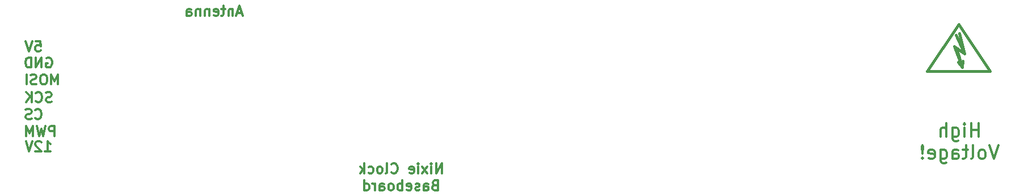
<source format=gbo>
G04 #@! TF.FileFunction,Legend,Bot*
%FSLAX46Y46*%
G04 Gerber Fmt 4.6, Leading zero omitted, Abs format (unit mm)*
G04 Created by KiCad (PCBNEW 4.0.7) date 06/23/18 17:50:09*
%MOMM*%
%LPD*%
G01*
G04 APERTURE LIST*
%ADD10C,0.100000*%
%ADD11C,0.300000*%
%ADD12C,0.381000*%
%ADD13C,2.000000*%
%ADD14O,2.000000X2.000000*%
%ADD15C,1.924000*%
%ADD16C,3.900120*%
%ADD17R,2.000000X2.000000*%
%ADD18O,3.900000X3.900000*%
%ADD19R,2.200000X2.200000*%
%ADD20O,2.200000X2.200000*%
%ADD21R,2.900000X1.500000*%
%ADD22O,2.900000X1.500000*%
%ADD23C,2.500000*%
%ADD24C,2.150000*%
%ADD25C,5.200000*%
%ADD26R,5.200000X5.200000*%
%ADD27R,2.100000X2.100000*%
%ADD28O,2.100000X2.100000*%
%ADD29C,1.920000*%
%ADD30R,1.920000X1.920000*%
%ADD31C,1.400000*%
%ADD32R,1.400000X1.400000*%
%ADD33C,2.200000*%
%ADD34R,1.900000X1.900000*%
%ADD35R,3.200000X3.200000*%
%ADD36O,3.200000X3.200000*%
%ADD37R,2.600000X2.600000*%
%ADD38O,2.600000X2.600000*%
%ADD39C,2.800000*%
%ADD40R,2.800000X2.800000*%
%ADD41O,2.800000X2.800000*%
%ADD42C,1.840000*%
G04 APERTURE END LIST*
D10*
D11*
X151831714Y-97447571D02*
X151831714Y-95947571D01*
X150974571Y-97447571D01*
X150974571Y-95947571D01*
X150260285Y-97447571D02*
X150260285Y-96447571D01*
X150260285Y-95947571D02*
X150331714Y-96019000D01*
X150260285Y-96090429D01*
X150188857Y-96019000D01*
X150260285Y-95947571D01*
X150260285Y-96090429D01*
X149688856Y-97447571D02*
X148903142Y-96447571D01*
X149688856Y-96447571D02*
X148903142Y-97447571D01*
X148331713Y-97447571D02*
X148331713Y-96447571D01*
X148331713Y-95947571D02*
X148403142Y-96019000D01*
X148331713Y-96090429D01*
X148260285Y-96019000D01*
X148331713Y-95947571D01*
X148331713Y-96090429D01*
X147045999Y-97376143D02*
X147188856Y-97447571D01*
X147474570Y-97447571D01*
X147617427Y-97376143D01*
X147688856Y-97233286D01*
X147688856Y-96661857D01*
X147617427Y-96519000D01*
X147474570Y-96447571D01*
X147188856Y-96447571D01*
X147045999Y-96519000D01*
X146974570Y-96661857D01*
X146974570Y-96804714D01*
X147688856Y-96947571D01*
X144331713Y-97304714D02*
X144403142Y-97376143D01*
X144617428Y-97447571D01*
X144760285Y-97447571D01*
X144974570Y-97376143D01*
X145117428Y-97233286D01*
X145188856Y-97090429D01*
X145260285Y-96804714D01*
X145260285Y-96590429D01*
X145188856Y-96304714D01*
X145117428Y-96161857D01*
X144974570Y-96019000D01*
X144760285Y-95947571D01*
X144617428Y-95947571D01*
X144403142Y-96019000D01*
X144331713Y-96090429D01*
X143474570Y-97447571D02*
X143617428Y-97376143D01*
X143688856Y-97233286D01*
X143688856Y-95947571D01*
X142688856Y-97447571D02*
X142831714Y-97376143D01*
X142903142Y-97304714D01*
X142974571Y-97161857D01*
X142974571Y-96733286D01*
X142903142Y-96590429D01*
X142831714Y-96519000D01*
X142688856Y-96447571D01*
X142474571Y-96447571D01*
X142331714Y-96519000D01*
X142260285Y-96590429D01*
X142188856Y-96733286D01*
X142188856Y-97161857D01*
X142260285Y-97304714D01*
X142331714Y-97376143D01*
X142474571Y-97447571D01*
X142688856Y-97447571D01*
X140903142Y-97376143D02*
X141045999Y-97447571D01*
X141331713Y-97447571D01*
X141474571Y-97376143D01*
X141545999Y-97304714D01*
X141617428Y-97161857D01*
X141617428Y-96733286D01*
X141545999Y-96590429D01*
X141474571Y-96519000D01*
X141331713Y-96447571D01*
X141045999Y-96447571D01*
X140903142Y-96519000D01*
X140260285Y-97447571D02*
X140260285Y-95947571D01*
X140117428Y-96876143D02*
X139688857Y-97447571D01*
X139688857Y-96447571D02*
X140260285Y-97019000D01*
X150796000Y-99211857D02*
X150581714Y-99283286D01*
X150510286Y-99354714D01*
X150438857Y-99497571D01*
X150438857Y-99711857D01*
X150510286Y-99854714D01*
X150581714Y-99926143D01*
X150724572Y-99997571D01*
X151296000Y-99997571D01*
X151296000Y-98497571D01*
X150796000Y-98497571D01*
X150653143Y-98569000D01*
X150581714Y-98640429D01*
X150510286Y-98783286D01*
X150510286Y-98926143D01*
X150581714Y-99069000D01*
X150653143Y-99140429D01*
X150796000Y-99211857D01*
X151296000Y-99211857D01*
X149153143Y-99997571D02*
X149153143Y-99211857D01*
X149224572Y-99069000D01*
X149367429Y-98997571D01*
X149653143Y-98997571D01*
X149796000Y-99069000D01*
X149153143Y-99926143D02*
X149296000Y-99997571D01*
X149653143Y-99997571D01*
X149796000Y-99926143D01*
X149867429Y-99783286D01*
X149867429Y-99640429D01*
X149796000Y-99497571D01*
X149653143Y-99426143D01*
X149296000Y-99426143D01*
X149153143Y-99354714D01*
X148510286Y-99926143D02*
X148367429Y-99997571D01*
X148081714Y-99997571D01*
X147938857Y-99926143D01*
X147867429Y-99783286D01*
X147867429Y-99711857D01*
X147938857Y-99569000D01*
X148081714Y-99497571D01*
X148296000Y-99497571D01*
X148438857Y-99426143D01*
X148510286Y-99283286D01*
X148510286Y-99211857D01*
X148438857Y-99069000D01*
X148296000Y-98997571D01*
X148081714Y-98997571D01*
X147938857Y-99069000D01*
X146653143Y-99926143D02*
X146796000Y-99997571D01*
X147081714Y-99997571D01*
X147224571Y-99926143D01*
X147296000Y-99783286D01*
X147296000Y-99211857D01*
X147224571Y-99069000D01*
X147081714Y-98997571D01*
X146796000Y-98997571D01*
X146653143Y-99069000D01*
X146581714Y-99211857D01*
X146581714Y-99354714D01*
X147296000Y-99497571D01*
X145938857Y-99997571D02*
X145938857Y-98497571D01*
X145938857Y-99069000D02*
X145796000Y-98997571D01*
X145510286Y-98997571D01*
X145367429Y-99069000D01*
X145296000Y-99140429D01*
X145224571Y-99283286D01*
X145224571Y-99711857D01*
X145296000Y-99854714D01*
X145367429Y-99926143D01*
X145510286Y-99997571D01*
X145796000Y-99997571D01*
X145938857Y-99926143D01*
X144367428Y-99997571D02*
X144510286Y-99926143D01*
X144581714Y-99854714D01*
X144653143Y-99711857D01*
X144653143Y-99283286D01*
X144581714Y-99140429D01*
X144510286Y-99069000D01*
X144367428Y-98997571D01*
X144153143Y-98997571D01*
X144010286Y-99069000D01*
X143938857Y-99140429D01*
X143867428Y-99283286D01*
X143867428Y-99711857D01*
X143938857Y-99854714D01*
X144010286Y-99926143D01*
X144153143Y-99997571D01*
X144367428Y-99997571D01*
X142581714Y-99997571D02*
X142581714Y-99211857D01*
X142653143Y-99069000D01*
X142796000Y-98997571D01*
X143081714Y-98997571D01*
X143224571Y-99069000D01*
X142581714Y-99926143D02*
X142724571Y-99997571D01*
X143081714Y-99997571D01*
X143224571Y-99926143D01*
X143296000Y-99783286D01*
X143296000Y-99640429D01*
X143224571Y-99497571D01*
X143081714Y-99426143D01*
X142724571Y-99426143D01*
X142581714Y-99354714D01*
X141867428Y-99997571D02*
X141867428Y-98997571D01*
X141867428Y-99283286D02*
X141796000Y-99140429D01*
X141724571Y-99069000D01*
X141581714Y-98997571D01*
X141438857Y-98997571D01*
X140296000Y-99997571D02*
X140296000Y-98497571D01*
X140296000Y-99926143D02*
X140438857Y-99997571D01*
X140724571Y-99997571D01*
X140867429Y-99926143D01*
X140938857Y-99854714D01*
X141010286Y-99711857D01*
X141010286Y-99283286D01*
X140938857Y-99140429D01*
X140867429Y-99069000D01*
X140724571Y-98997571D01*
X140438857Y-98997571D01*
X140296000Y-99069000D01*
X92622571Y-94150571D02*
X93479714Y-94150571D01*
X93051142Y-94150571D02*
X93051142Y-92650571D01*
X93193999Y-92864857D01*
X93336857Y-93007714D01*
X93479714Y-93079143D01*
X92051143Y-92793429D02*
X91979714Y-92722000D01*
X91836857Y-92650571D01*
X91479714Y-92650571D01*
X91336857Y-92722000D01*
X91265428Y-92793429D01*
X91194000Y-92936286D01*
X91194000Y-93079143D01*
X91265428Y-93293429D01*
X92122571Y-94150571D01*
X91194000Y-94150571D01*
X90765429Y-92650571D02*
X90265429Y-94150571D01*
X89765429Y-92650571D01*
X231965143Y-91964762D02*
X231965143Y-89964762D01*
X231965143Y-90917143D02*
X230822285Y-90917143D01*
X230822285Y-91964762D02*
X230822285Y-89964762D01*
X229869905Y-91964762D02*
X229869905Y-90631429D01*
X229869905Y-89964762D02*
X229965143Y-90060000D01*
X229869905Y-90155238D01*
X229774666Y-90060000D01*
X229869905Y-89964762D01*
X229869905Y-90155238D01*
X228060381Y-90631429D02*
X228060381Y-92250476D01*
X228155619Y-92440952D01*
X228250857Y-92536190D01*
X228441333Y-92631429D01*
X228727047Y-92631429D01*
X228917524Y-92536190D01*
X228060381Y-91869524D02*
X228250857Y-91964762D01*
X228631809Y-91964762D01*
X228822285Y-91869524D01*
X228917524Y-91774286D01*
X229012762Y-91583810D01*
X229012762Y-91012381D01*
X228917524Y-90821905D01*
X228822285Y-90726667D01*
X228631809Y-90631429D01*
X228250857Y-90631429D01*
X228060381Y-90726667D01*
X227108000Y-91964762D02*
X227108000Y-89964762D01*
X226250857Y-91964762D02*
X226250857Y-90917143D01*
X226346095Y-90726667D01*
X226536571Y-90631429D01*
X226822285Y-90631429D01*
X227012761Y-90726667D01*
X227108000Y-90821905D01*
X234917524Y-93264762D02*
X234250857Y-95264762D01*
X233584190Y-93264762D01*
X232631809Y-95264762D02*
X232822285Y-95169524D01*
X232917524Y-95074286D01*
X233012762Y-94883810D01*
X233012762Y-94312381D01*
X232917524Y-94121905D01*
X232822285Y-94026667D01*
X232631809Y-93931429D01*
X232346095Y-93931429D01*
X232155619Y-94026667D01*
X232060381Y-94121905D01*
X231965143Y-94312381D01*
X231965143Y-94883810D01*
X232060381Y-95074286D01*
X232155619Y-95169524D01*
X232346095Y-95264762D01*
X232631809Y-95264762D01*
X230822285Y-95264762D02*
X231012761Y-95169524D01*
X231108000Y-94979048D01*
X231108000Y-93264762D01*
X230346095Y-93931429D02*
X229584190Y-93931429D01*
X230060381Y-93264762D02*
X230060381Y-94979048D01*
X229965142Y-95169524D01*
X229774666Y-95264762D01*
X229584190Y-95264762D01*
X228060381Y-95264762D02*
X228060381Y-94217143D01*
X228155619Y-94026667D01*
X228346095Y-93931429D01*
X228727047Y-93931429D01*
X228917524Y-94026667D01*
X228060381Y-95169524D02*
X228250857Y-95264762D01*
X228727047Y-95264762D01*
X228917524Y-95169524D01*
X229012762Y-94979048D01*
X229012762Y-94788571D01*
X228917524Y-94598095D01*
X228727047Y-94502857D01*
X228250857Y-94502857D01*
X228060381Y-94407619D01*
X226250857Y-93931429D02*
X226250857Y-95550476D01*
X226346095Y-95740952D01*
X226441333Y-95836190D01*
X226631809Y-95931429D01*
X226917523Y-95931429D01*
X227108000Y-95836190D01*
X226250857Y-95169524D02*
X226441333Y-95264762D01*
X226822285Y-95264762D01*
X227012761Y-95169524D01*
X227108000Y-95074286D01*
X227203238Y-94883810D01*
X227203238Y-94312381D01*
X227108000Y-94121905D01*
X227012761Y-94026667D01*
X226822285Y-93931429D01*
X226441333Y-93931429D01*
X226250857Y-94026667D01*
X224536571Y-95169524D02*
X224727047Y-95264762D01*
X225107999Y-95264762D01*
X225298476Y-95169524D01*
X225393714Y-94979048D01*
X225393714Y-94217143D01*
X225298476Y-94026667D01*
X225107999Y-93931429D01*
X224727047Y-93931429D01*
X224536571Y-94026667D01*
X224441333Y-94217143D01*
X224441333Y-94407619D01*
X225393714Y-94598095D01*
X223584190Y-95074286D02*
X223488951Y-95169524D01*
X223584190Y-95264762D01*
X223679428Y-95169524D01*
X223584190Y-95074286D01*
X223584190Y-95264762D01*
X223584190Y-94502857D02*
X223679428Y-93360000D01*
X223584190Y-93264762D01*
X223488951Y-93360000D01*
X223584190Y-94502857D01*
X223584190Y-93264762D01*
X91181999Y-89181714D02*
X91253428Y-89253143D01*
X91467714Y-89324571D01*
X91610571Y-89324571D01*
X91824856Y-89253143D01*
X91967714Y-89110286D01*
X92039142Y-88967429D01*
X92110571Y-88681714D01*
X92110571Y-88467429D01*
X92039142Y-88181714D01*
X91967714Y-88038857D01*
X91824856Y-87896000D01*
X91610571Y-87824571D01*
X91467714Y-87824571D01*
X91253428Y-87896000D01*
X91181999Y-87967429D01*
X90610571Y-89253143D02*
X90396285Y-89324571D01*
X90039142Y-89324571D01*
X89896285Y-89253143D01*
X89824856Y-89181714D01*
X89753428Y-89038857D01*
X89753428Y-88896000D01*
X89824856Y-88753143D01*
X89896285Y-88681714D01*
X90039142Y-88610286D01*
X90324856Y-88538857D01*
X90467714Y-88467429D01*
X90539142Y-88396000D01*
X90610571Y-88253143D01*
X90610571Y-88110286D01*
X90539142Y-87967429D01*
X90467714Y-87896000D01*
X90324856Y-87824571D01*
X89967714Y-87824571D01*
X89753428Y-87896000D01*
X93622571Y-86713143D02*
X93408285Y-86784571D01*
X93051142Y-86784571D01*
X92908285Y-86713143D01*
X92836856Y-86641714D01*
X92765428Y-86498857D01*
X92765428Y-86356000D01*
X92836856Y-86213143D01*
X92908285Y-86141714D01*
X93051142Y-86070286D01*
X93336856Y-85998857D01*
X93479714Y-85927429D01*
X93551142Y-85856000D01*
X93622571Y-85713143D01*
X93622571Y-85570286D01*
X93551142Y-85427429D01*
X93479714Y-85356000D01*
X93336856Y-85284571D01*
X92979714Y-85284571D01*
X92765428Y-85356000D01*
X91265428Y-86641714D02*
X91336857Y-86713143D01*
X91551143Y-86784571D01*
X91694000Y-86784571D01*
X91908285Y-86713143D01*
X92051143Y-86570286D01*
X92122571Y-86427429D01*
X92194000Y-86141714D01*
X92194000Y-85927429D01*
X92122571Y-85641714D01*
X92051143Y-85498857D01*
X91908285Y-85356000D01*
X91694000Y-85284571D01*
X91551143Y-85284571D01*
X91336857Y-85356000D01*
X91265428Y-85427429D01*
X90622571Y-86784571D02*
X90622571Y-85284571D01*
X89765428Y-86784571D02*
X90408285Y-85927429D01*
X89765428Y-85284571D02*
X90622571Y-86141714D01*
X94055143Y-91864571D02*
X94055143Y-90364571D01*
X93483715Y-90364571D01*
X93340857Y-90436000D01*
X93269429Y-90507429D01*
X93198000Y-90650286D01*
X93198000Y-90864571D01*
X93269429Y-91007429D01*
X93340857Y-91078857D01*
X93483715Y-91150286D01*
X94055143Y-91150286D01*
X92698000Y-90364571D02*
X92340857Y-91864571D01*
X92055143Y-90793143D01*
X91769429Y-91864571D01*
X91412286Y-90364571D01*
X90840857Y-91864571D02*
X90840857Y-90364571D01*
X90340857Y-91436000D01*
X89840857Y-90364571D01*
X89840857Y-91864571D01*
X94559143Y-84117571D02*
X94559143Y-82617571D01*
X94059143Y-83689000D01*
X93559143Y-82617571D01*
X93559143Y-84117571D01*
X92559143Y-82617571D02*
X92273429Y-82617571D01*
X92130571Y-82689000D01*
X91987714Y-82831857D01*
X91916286Y-83117571D01*
X91916286Y-83617571D01*
X91987714Y-83903286D01*
X92130571Y-84046143D01*
X92273429Y-84117571D01*
X92559143Y-84117571D01*
X92702000Y-84046143D01*
X92844857Y-83903286D01*
X92916286Y-83617571D01*
X92916286Y-83117571D01*
X92844857Y-82831857D01*
X92702000Y-82689000D01*
X92559143Y-82617571D01*
X91344857Y-84046143D02*
X91130571Y-84117571D01*
X90773428Y-84117571D01*
X90630571Y-84046143D01*
X90559142Y-83974714D01*
X90487714Y-83831857D01*
X90487714Y-83689000D01*
X90559142Y-83546143D01*
X90630571Y-83474714D01*
X90773428Y-83403286D01*
X91059142Y-83331857D01*
X91202000Y-83260429D01*
X91273428Y-83189000D01*
X91344857Y-83046143D01*
X91344857Y-82903286D01*
X91273428Y-82760429D01*
X91202000Y-82689000D01*
X91059142Y-82617571D01*
X90702000Y-82617571D01*
X90487714Y-82689000D01*
X89844857Y-84117571D02*
X89844857Y-82617571D01*
X91217713Y-77664571D02*
X91931999Y-77664571D01*
X92003428Y-78378857D01*
X91931999Y-78307429D01*
X91789142Y-78236000D01*
X91431999Y-78236000D01*
X91289142Y-78307429D01*
X91217713Y-78378857D01*
X91146285Y-78521714D01*
X91146285Y-78878857D01*
X91217713Y-79021714D01*
X91289142Y-79093143D01*
X91431999Y-79164571D01*
X91789142Y-79164571D01*
X91931999Y-79093143D01*
X92003428Y-79021714D01*
X90717714Y-77664571D02*
X90217714Y-79164571D01*
X89717714Y-77664571D01*
X92836857Y-80149000D02*
X92979714Y-80077571D01*
X93194000Y-80077571D01*
X93408285Y-80149000D01*
X93551143Y-80291857D01*
X93622571Y-80434714D01*
X93694000Y-80720429D01*
X93694000Y-80934714D01*
X93622571Y-81220429D01*
X93551143Y-81363286D01*
X93408285Y-81506143D01*
X93194000Y-81577571D01*
X93051143Y-81577571D01*
X92836857Y-81506143D01*
X92765428Y-81434714D01*
X92765428Y-80934714D01*
X93051143Y-80934714D01*
X92122571Y-81577571D02*
X92122571Y-80077571D01*
X91265428Y-81577571D01*
X91265428Y-80077571D01*
X90551142Y-81577571D02*
X90551142Y-80077571D01*
X90193999Y-80077571D01*
X89979714Y-80149000D01*
X89836856Y-80291857D01*
X89765428Y-80434714D01*
X89693999Y-80720429D01*
X89693999Y-80934714D01*
X89765428Y-81220429D01*
X89836856Y-81363286D01*
X89979714Y-81506143D01*
X90193999Y-81577571D01*
X90551142Y-81577571D01*
X121998857Y-73402000D02*
X121284571Y-73402000D01*
X122141714Y-73830571D02*
X121641714Y-72330571D01*
X121141714Y-73830571D01*
X120641714Y-72830571D02*
X120641714Y-73830571D01*
X120641714Y-72973429D02*
X120570286Y-72902000D01*
X120427428Y-72830571D01*
X120213143Y-72830571D01*
X120070286Y-72902000D01*
X119998857Y-73044857D01*
X119998857Y-73830571D01*
X119498857Y-72830571D02*
X118927428Y-72830571D01*
X119284571Y-72330571D02*
X119284571Y-73616286D01*
X119213143Y-73759143D01*
X119070285Y-73830571D01*
X118927428Y-73830571D01*
X117856000Y-73759143D02*
X117998857Y-73830571D01*
X118284571Y-73830571D01*
X118427428Y-73759143D01*
X118498857Y-73616286D01*
X118498857Y-73044857D01*
X118427428Y-72902000D01*
X118284571Y-72830571D01*
X117998857Y-72830571D01*
X117856000Y-72902000D01*
X117784571Y-73044857D01*
X117784571Y-73187714D01*
X118498857Y-73330571D01*
X117141714Y-72830571D02*
X117141714Y-73830571D01*
X117141714Y-72973429D02*
X117070286Y-72902000D01*
X116927428Y-72830571D01*
X116713143Y-72830571D01*
X116570286Y-72902000D01*
X116498857Y-73044857D01*
X116498857Y-73830571D01*
X115784571Y-72830571D02*
X115784571Y-73830571D01*
X115784571Y-72973429D02*
X115713143Y-72902000D01*
X115570285Y-72830571D01*
X115356000Y-72830571D01*
X115213143Y-72902000D01*
X115141714Y-73044857D01*
X115141714Y-73830571D01*
X113784571Y-73830571D02*
X113784571Y-73044857D01*
X113856000Y-72902000D01*
X113998857Y-72830571D01*
X114284571Y-72830571D01*
X114427428Y-72902000D01*
X113784571Y-73759143D02*
X113927428Y-73830571D01*
X114284571Y-73830571D01*
X114427428Y-73759143D01*
X114498857Y-73616286D01*
X114498857Y-73473429D01*
X114427428Y-73330571D01*
X114284571Y-73259143D01*
X113927428Y-73259143D01*
X113784571Y-73187714D01*
D12*
X229473350Y-81501132D02*
X228274470Y-78402332D01*
X228274470Y-78402332D02*
X228873910Y-78801112D01*
X229874670Y-79502152D02*
X228574190Y-76700532D01*
X229473350Y-81501132D02*
X228873910Y-80802632D01*
X229074570Y-76502412D02*
X229874670Y-79502152D01*
X229874670Y-79502152D02*
X228675790Y-78702052D01*
X228675790Y-78702052D02*
X229473350Y-81501132D01*
X229473350Y-81501132D02*
X229574950Y-80601972D01*
X228975510Y-75110492D02*
X224276510Y-82095492D01*
X224276510Y-82095492D02*
X233674510Y-82095492D01*
X233674510Y-82095492D02*
X228975510Y-75110492D01*
%LPC*%
D13*
X188595000Y-86995000D03*
D14*
X188595000Y-76835000D03*
X208280000Y-90170000D03*
X205740000Y-90170000D03*
X203200000Y-90170000D03*
X200660000Y-90170000D03*
X200660000Y-97790000D03*
X203200000Y-97790000D03*
X205740000Y-97790000D03*
X208280000Y-97790000D03*
D13*
X220980000Y-73025000D03*
D14*
X220980000Y-83185000D03*
D15*
X205740000Y-81915000D03*
X205740000Y-84455000D03*
X205740000Y-79375000D03*
D16*
X87376000Y-106039920D03*
X87376000Y-66040000D03*
X237375700Y-66040000D03*
X237375700Y-106039920D03*
D17*
X216535000Y-103561000D03*
D13*
X216535000Y-107061000D03*
X202946000Y-100584000D03*
X200446000Y-100584000D03*
X194945000Y-97830000D03*
X194945000Y-100330000D03*
D17*
X213995000Y-73025000D03*
D14*
X213995000Y-83185000D03*
D18*
X228600000Y-68430000D03*
D19*
X226060000Y-85090000D03*
D20*
X228600000Y-85090000D03*
X231140000Y-85090000D03*
D13*
X232410000Y-98425000D03*
D14*
X232410000Y-88265000D03*
D13*
X173355000Y-104775000D03*
D14*
X173355000Y-94615000D03*
D13*
X210820000Y-73025000D03*
D14*
X210820000Y-83185000D03*
D13*
X184785000Y-94615000D03*
D14*
X184785000Y-104775000D03*
D21*
X110268000Y-79884000D03*
D22*
X110268000Y-81884000D03*
X110268000Y-83884000D03*
X110268000Y-85884000D03*
X110268000Y-87884000D03*
X110268000Y-89884000D03*
X110268000Y-91884000D03*
X110268000Y-93884000D03*
X125668000Y-93884000D03*
X125568000Y-91884000D03*
X125668000Y-89884000D03*
X125668000Y-87884000D03*
X125668000Y-85884000D03*
X125668000Y-83884000D03*
X125668000Y-81884000D03*
X125668000Y-79884000D03*
D23*
X103296000Y-66498000D03*
D24*
X102036000Y-64008000D03*
X97536000Y-64008000D03*
D23*
X96286000Y-66498000D03*
X132994000Y-66525000D03*
D24*
X131734000Y-64035000D03*
X127234000Y-64035000D03*
D23*
X125984000Y-66525000D03*
D13*
X208280000Y-104140000D03*
D14*
X198120000Y-104140000D03*
D13*
X184785000Y-81280000D03*
D14*
X184785000Y-91440000D03*
D25*
X162296000Y-68834000D03*
D26*
X162296000Y-74934000D03*
D25*
X157216000Y-71124000D03*
D27*
X139192000Y-76708000D03*
D28*
X141732000Y-76708000D03*
X144272000Y-76708000D03*
D29*
X206375000Y-74295000D03*
X206375000Y-71755000D03*
D30*
X206375000Y-76835000D03*
D29*
X189865000Y-92075000D03*
X189865000Y-94615000D03*
D30*
X189865000Y-89535000D03*
D13*
X169545000Y-104775000D03*
D14*
X169545000Y-94615000D03*
D13*
X180975000Y-104775000D03*
D14*
X180975000Y-94615000D03*
D13*
X177165000Y-104775000D03*
D14*
X177165000Y-94615000D03*
D27*
X237374740Y-87311180D03*
D28*
X237374740Y-84771180D03*
D31*
X192405000Y-71120000D03*
X191135000Y-69850000D03*
D32*
X193675000Y-69850000D03*
D13*
X210820000Y-65405000D03*
D14*
X220980000Y-65405000D03*
D19*
X178816000Y-69850000D03*
D33*
X181356000Y-69850000D03*
D13*
X174752000Y-74168000D03*
D14*
X184912000Y-74168000D03*
D34*
X108585000Y-106045000D03*
D13*
X192405000Y-86995000D03*
D14*
X192405000Y-76835000D03*
D13*
X201930000Y-84455000D03*
X199430000Y-84455000D03*
D31*
X200025000Y-71755000D03*
X201295000Y-70485000D03*
D32*
X201295000Y-73025000D03*
D13*
X210820000Y-69215000D03*
D14*
X220980000Y-69215000D03*
D13*
X196215000Y-86995000D03*
D14*
X196215000Y-76835000D03*
D13*
X180975000Y-81280000D03*
D14*
X180975000Y-91440000D03*
D13*
X201890000Y-67310000D03*
X199390000Y-67310000D03*
D17*
X199390000Y-87630000D03*
D14*
X209550000Y-87630000D03*
D29*
X194945000Y-92075000D03*
X194945000Y-94615000D03*
D30*
X194945000Y-89535000D03*
D29*
X201295000Y-78740000D03*
X201295000Y-76200000D03*
D30*
X201295000Y-81280000D03*
D35*
X168656000Y-80645000D03*
D36*
X155956000Y-80645000D03*
D37*
X217170000Y-83185000D03*
D38*
X217170000Y-73025000D03*
D39*
X217805000Y-95250000D03*
X217805000Y-88250000D03*
D17*
X227330000Y-103561000D03*
D13*
X227330000Y-107061000D03*
D40*
X227330000Y-98425000D03*
D41*
X227330000Y-88265000D03*
D27*
X87374740Y-93661180D03*
D28*
X87374740Y-91121180D03*
X87374740Y-88581180D03*
X87374740Y-86041180D03*
X87374740Y-83501180D03*
X87374740Y-80961180D03*
X87374740Y-78421180D03*
D13*
X177165000Y-91440000D03*
D14*
X177165000Y-81280000D03*
D13*
X173355000Y-81280000D03*
D14*
X173355000Y-91440000D03*
D42*
X189865000Y-98425000D03*
X189865000Y-100965000D03*
X189865000Y-103505000D03*
X97790000Y-98425000D03*
X97790000Y-100965000D03*
X97790000Y-103505000D03*
M02*

</source>
